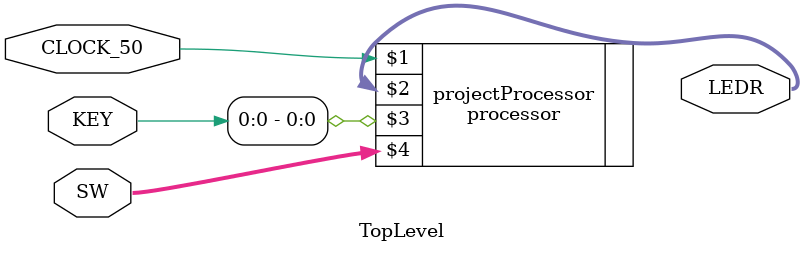
<source format=v>
module TopLevel(LEDR, SW, KEY, CLOCK_50);
	output reg [9:0] LEDR;
	input wire [9:0] SW;
	input wire [2:0] KEY;
	input wire CLOCK_50;
	
	processor projectProcessor(CLOCK_50, LEDR[9:0], KEY[0], SW[9:0]); 
endmodule

</source>
